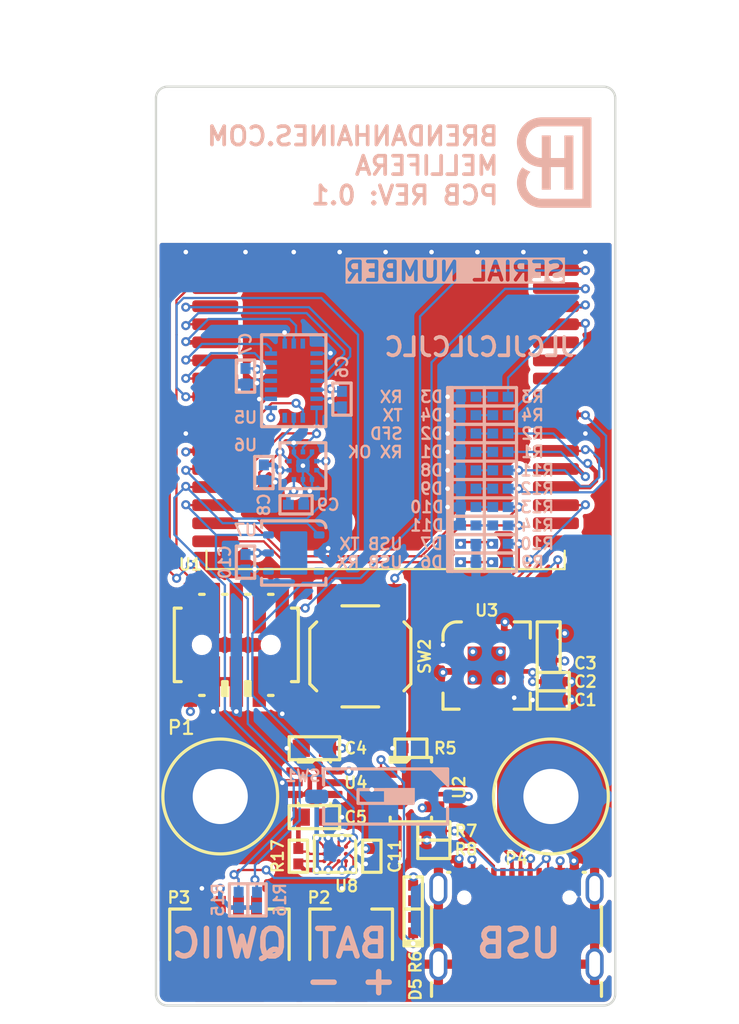
<source format=kicad_pcb>
(kicad_pcb (version 20221018) (generator pcbnew)

  (general
    (thickness 1.58)
  )

  (paper "USLetter")
  (title_block
    (title "${PROJECT_NAME}")
    (date "2022-09-27")
    (rev "${PCB_REVISION}")
    (company "Brendan Haines")
  )

  (layers
    (0 "F.Cu" signal)
    (1 "In1.Cu" signal)
    (2 "In2.Cu" signal)
    (31 "B.Cu" signal)
    (32 "B.Adhes" user "B.Adhesive")
    (33 "F.Adhes" user "F.Adhesive")
    (34 "B.Paste" user)
    (35 "F.Paste" user)
    (36 "B.SilkS" user "B.Silkscreen")
    (37 "F.SilkS" user "F.Silkscreen")
    (38 "B.Mask" user)
    (39 "F.Mask" user)
    (40 "Dwgs.User" user "User.Drawings")
    (41 "Cmts.User" user "User.Comments")
    (42 "Eco1.User" user "User.Eco1")
    (43 "Eco2.User" user "User.Eco2")
    (44 "Edge.Cuts" user)
    (45 "Margin" user)
    (46 "B.CrtYd" user "B.Courtyard")
    (47 "F.CrtYd" user "F.Courtyard")
    (48 "B.Fab" user)
    (49 "F.Fab" user)
    (50 "User.1" user)
    (51 "User.2" user)
    (52 "User.3" user)
    (53 "User.4" user)
    (54 "User.5" user)
    (55 "User.6" user)
    (56 "User.7" user)
    (57 "User.8" user)
    (58 "User.9" user)
  )

  (setup
    (stackup
      (layer "F.Cu" (type "copper") (thickness 0.035))
      (layer "dielectric 1" (type "core") (thickness 0.48) (material "FR4") (epsilon_r 4.5) (loss_tangent 0.02))
      (layer "In1.Cu" (type "copper") (thickness 0.035))
      (layer "dielectric 2" (type "prepreg") (thickness 0.48) (material "FR4") (epsilon_r 4.5) (loss_tangent 0.02))
      (layer "In2.Cu" (type "copper") (thickness 0.035))
      (layer "dielectric 3" (type "core") (thickness 0.48) (material "FR4") (epsilon_r 4.5) (loss_tangent 0.02))
      (layer "B.Cu" (type "copper") (thickness 0.035))
      (copper_finish "None")
      (dielectric_constraints no)
    )
    (pad_to_mask_clearance 0)
    (grid_origin 127 76.2)
    (pcbplotparams
      (layerselection 0x00010fc_ffffffff)
      (plot_on_all_layers_selection 0x0000000_00000000)
      (disableapertmacros false)
      (usegerberextensions false)
      (usegerberattributes true)
      (usegerberadvancedattributes true)
      (creategerberjobfile true)
      (dashed_line_dash_ratio 12.000000)
      (dashed_line_gap_ratio 3.000000)
      (svgprecision 4)
      (plotframeref false)
      (viasonmask false)
      (mode 1)
      (useauxorigin false)
      (hpglpennumber 1)
      (hpglpenspeed 20)
      (hpglpendiameter 15.000000)
      (dxfpolygonmode true)
      (dxfimperialunits true)
      (dxfusepcbnewfont true)
      (psnegative false)
      (psa4output false)
      (plotreference true)
      (plotvalue true)
      (plotinvisibletext false)
      (sketchpadsonfab false)
      (subtractmaskfromsilk false)
      (outputformat 1)
      (mirror false)
      (drillshape 1)
      (scaleselection 1)
      (outputdirectory "")
    )
  )

  (property "PCB_REVISION" "0.1")
  (property "PROJECT_NAME" "MELLIFERA")

  (net 0 "")
  (net 1 "Net-(D1-PadA)")
  (net 2 "GND")
  (net 3 "Net-(D2-PadA)")
  (net 4 "Net-(D3-PadA)")
  (net 5 "Net-(D4-PadA)")
  (net 6 "/SWDIO")
  (net 7 "/SWCLK")
  (net 8 "unconnected-(P1-SWO{slash}TDO)")
  (net 9 "unconnected-(P1-NC{slash}TDI)")
  (net 10 "/N_RESET")
  (net 11 "/RX_OK_LED")
  (net 12 "/SFD_LED")
  (net 13 "/RX_LED")
  (net 14 "/TX_LED")
  (net 15 "unconnected-(U1-VCCIO_TP)")
  (net 16 "unconnected-(U1-READY)")
  (net 17 "unconnected-(U1-SPIS_MISO)")
  (net 18 "unconnected-(U1-SPIS_MOSI)")
  (net 19 "unconnected-(U1-SPIS_CLK)")
  (net 20 "unconnected-(U1-SPIS_CSn)")
  (net 21 "Net-(D5-PadA)")
  (net 22 "Net-(U2-STAT)")
  (net 23 "Net-(U2-PROG)")
  (net 24 "/USB_VBUS")
  (net 25 "/VBAT")
  (net 26 "/RX")
  (net 27 "/TX")
  (net 28 "Net-(U3-CBUS1)")
  (net 29 "Net-(U3-CBUS2)")
  (net 30 "unconnected-(U3-~{CTS})")
  (net 31 "unconnected-(U3-CBUS0)")
  (net 32 "unconnected-(U3-CBUS3)")
  (net 33 "unconnected-(U3-~{RTS})")
  (net 34 "/SDA")
  (net 35 "/SCL")
  (net 36 "Net-(D8-PadA)")
  (net 37 "Net-(D9-PadA)")
  (net 38 "Net-(D10-PadA)")
  (net 39 "Net-(D11-PadA)")
  (net 40 "/LED0")
  (net 41 "/LED1")
  (net 42 "/LED2")
  (net 43 "/LED3")
  (net 44 "VDC_3V3")
  (net 45 "unconnected-(U4-NC)")
  (net 46 "/FTDI/VDC_3V3_USB")
  (net 47 "/FTDI/N_LED_RX")
  (net 48 "/FTDI/N_LED_TX")
  (net 49 "/N_BUTTON")
  (net 50 "/INT5")
  (net 51 "/INT4")
  (net 52 "/INT1")
  (net 53 "/INT3")
  (net 54 "/INT2")
  (net 55 "/INT_DRDY")
  (net 56 "/INT_BARO")
  (net 57 "/USB_D_P")
  (net 58 "/USB_D_N")
  (net 59 "unconnected-(U5-CSB2)")
  (net 60 "unconnected-(U5-NC)")
  (net 61 "unconnected-(U5-CSB1)")
  (net 62 "unconnected-(U5-NC)_1")
  (net 63 "Net-(P4-CC1)")
  (net 64 "unconnected-(P4-SBU1)")
  (net 65 "Net-(P4-CC2)")
  (net 66 "unconnected-(P4-SBU2)")
  (net 67 "unconnected-(U7-PAD)")
  (net 68 "unconnected-(U7-NC)_1")
  (net 69 "unconnected-(U7-NC)")
  (net 70 "unconnected-(U8-NC)_1")
  (net 71 "unconnected-(U8-NC)")
  (net 72 "Net-(U4-EN)")
  (net 73 "Net-(SW1-B)")
  (net 74 "/INT_POW")
  (net 75 "Net-(U8-IN-)")
  (net 76 "Net-(U8-IN+)")

  (footprint "common:C0603" (layer "F.Cu") (at 136.017 98.552 90))

  (footprint "common:TIE_5X5" (layer "F.Cu") (at 122.555 110.382 180))

  (footprint "common:R0402" (layer "F.Cu") (at 129.667 109.728 180))

  (footprint "common:MH120X230_#4" (layer "F.Cu") (at 117.856 106.807))

  (footprint "common:TIE_5X5" (layer "F.Cu") (at 122.555 109.855 180))

  (footprint "jst:SM02B-SRSS-TB" (layer "F.Cu") (at 125.095 117.856 90))

  (footprint "common:DWM1001C" (layer "F.Cu") (at 127 76.2))

  (footprint "common:BGA40P165X139X63-12-TI_YFF" (layer "F.Cu") (at 124.206 109.982 -90))

  (footprint "common:MC-311D" (layer "F.Cu") (at 134.239 116.078))

  (footprint "common:SOT-23-5" (layer "F.Cu") (at 128.397 106.426))

  (footprint "common:C0603" (layer "F.Cu") (at 123.063 107.95))

  (footprint "common:R0402" (layer "F.Cu") (at 128.397 104.14 180))

  (footprint "common:QFN65P400X400X80-16P_FT230XQ" (layer "F.Cu") (at 132.588 99.568))

  (footprint "common:C0402" (layer "F.Cu") (at 136.271 100.457))

  (footprint "common:C0603" (layer "F.Cu") (at 123.063 104.14 180))

  (footprint "common:R0402" (layer "F.Cu") (at 129.667 108.712 180))

  (footprint "common:MH120X230_#4" (layer "F.Cu") (at 136.144 106.807))

  (footprint "common:R0402" (layer "F.Cu") (at 128.524 112.141 -90))

  (footprint "common:R0402" (layer "F.Cu") (at 122.174 110.109 90))

  (footprint "common:C0402" (layer "F.Cu") (at 136.271 101.473))

  (footprint "common:C0402" (layer "F.Cu") (at 126.238 110.109 -90))

  (footprint "common:LED0402" (layer "F.Cu") (at 128.524 113.919 90))

  (footprint "common:SOT-353" (layer "F.Cu") (at 123.063 106.045))

  (footprint "jst:SM04B-SRSS-TB" (layer "F.Cu") (at 118.364 117.856 90))

  (footprint "common:PinHeader_2x05_P1.27mm_Vertical-Samtec_FTSH-105-01-F-DV-K-A" (layer "F.Cu") (at 118.745 98.425 90))

  (footprint "common:SPST_SKQG" (layer "F.Cu") (at 125.603 99.06 -90))

  (footprint "common:R0402" (layer "B.Cu") (at 133.35 87.757 180))

  (footprint "common:R0402" (layer "B.Cu") (at 133.35 85.725 180))

  (footprint "common:LED0402" (layer "B.Cu") (at 131.572 88.773))

  (footprint "common:LED0402" (layer "B.Cu") (at 131.572 86.741))

  (footprint "common:C0402" (layer "B.Cu") (at 124.587 84.836 -90))

  (footprint "common:LED0402" (layer "B.Cu") (at 131.572 91.821))

  (footprint "common:LGA20-BMX055" (layer "B.Cu") (at 121.92 83.82 180))

  (footprint "common:LED0402" (layer "B.Cu") (at 131.572 90.805))

  (footprint "common:LED0402" (layer "B.Cu") (at 131.572 89.789))

  (footprint "common:R0402" (layer "B.Cu") (at 133.35 88.773 180))

  (footprint "common:LED0402" (layer "B.Cu") (at 131.572 92.837))

  (footprint "common:R0402" (layer "B.Cu") (at 133.35 91.821 180))

  (footprint "common:LED0402" (layer "B.Cu") (at 131.572 87.757))

  (footprint "common:C0402" (layer "B.Cu") (at 120.269 88.9 -90))

  (footprint "common:R0402" (layer "B.Cu") (at 133.35 90.805 180))

  (footprint "common:R0402" (layer "B.Cu") (at 133.35 84.709 180))

  (footprint "common:TDA01H0SB1" (layer "B.Cu") (at 127 106.807 180))

  (footprint "common:R0402" (layer "B.Cu") (at 133.35 93.853 180))

  (footprint "common:LED0402" (layer "B.Cu") (at 131.572 84.709))

  (footprint "common:LED0402" (layer "B.Cu") (at 131.572 93.853))

  (footprint "common:R0402" (layer "B.Cu") (at 133.35 86.741 180))

  (footprint "common:C0402" (layer "B.Cu") (at 122.047 90.678))

  (footprint "common:LED0402" (layer "B.Cu") (at 131.572 85.725))

  (footprint "common:C0402" (layer "B.Cu") (at 119.253 93.853 -90))

  (footprint "common:LGA10-BMP388" (layer "B.Cu") (at 122.428 88.519))

  (footprint "common:R0402" (layer "B.Cu") (at 118.872 112.522 90))

  (footprint "common:R0402" (layer "B.Cu") (at 119.888 112.522 90))

  (footprint "common:HDC1080DMBR" (layer "B.Cu")
    (tstamp df8e5975-7741-4127-99f0-056647cf0b33)
    (at 121.92 93.345 180)
    (property "Manufacturer" "Texas Instruments")
    (property "ManufacturerPartNumber" "HDC1080DMBR")
    (property "Sheetfile" "mellifera.kicad_sch")
    (property "Sheetname" "")
    (property "ki_description" "Sensor, Temperature/Humidity, I2C")
    (path "/6fe5e11d-b660-4afa-b33f-a024e524c2c2")
    (attr smd)
    (fp_text reference "U7" (at 2.667 1.27) (layer "B.SilkS")
        (effects (font (size 0.635 0.635) (thickness 0.127)) (justify mirror))
      (tstamp 49baf62f-9611-4df7-bcb2-ce83552aa61a)
    )
    (fp_text value "~" (at 0 -0.889) (layer "B.Fab") hide
        (effects (font (size 0.635 0.635) (thickness 0.127)) (justify mirror))
      (tstamp c23b743c-78d4-469a-9146-912891704213)
    )
    (fp_text user "${REFERENCE}" (at 0 0.762) (layer "B.Fab")
        (effects (font (size 0.635 0.635) (thickness 0.127)) (justify mirror))
      (tstamp 3c99fe27-1ccf-4fe9-b815-34b8a0f33ceb)
    )
    (fp_line (start -1.778 -1.778) (end 1.778 -1.778)
      (stroke (width 0.1778) (type default)) (layer "B.SilkS") (tstamp 151eba71-5595-44e7-a5b9-a50ce70fa195))
    (fp_line (start -1.778 -1.397) (end -1.778 -1.778)
      (stroke (width 0.1778) (type default)) (layer "B.SilkS") (tstamp b70eb1b4-6273-49d4-932a-af378650bb6c))
    (fp_line (start 1.778 -1.778) (end 1.778 -1.397)
      (stroke (width 0.1778) (type default)) (layer "B.SilkS") (tstamp 9c822e2e-6905-4202-86bd-834220071461))
    (fp_line (start 1.778 1.397) (end 1.778 1.778)
      (stroke (width 0.1778) (type default)) (layer "B.SilkS") (tstamp a76e7813-2dec-417d-a363-11ccd77234a6))
    (fp_line (start 1.778 1.778) (end -1.397 1.778)
      (stroke (width 0.1778) (type
... [915231 chars truncated]
</source>
